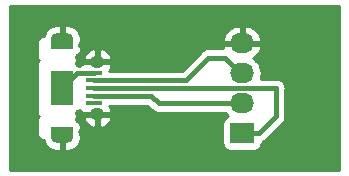
<source format=gbr>
G04 #@! TF.GenerationSoftware,KiCad,Pcbnew,(5.1.5)-3*
G04 #@! TF.CreationDate,2020-03-05T14:29:52+00:00*
G04 #@! TF.ProjectId,test pieces,74657374-2070-4696-9563-65732e6b6963,rev?*
G04 #@! TF.SameCoordinates,PX8879670PY8a8eb40*
G04 #@! TF.FileFunction,Copper,L1,Top*
G04 #@! TF.FilePolarity,Positive*
%FSLAX46Y46*%
G04 Gerber Fmt 4.6, Leading zero omitted, Abs format (unit mm)*
G04 Created by KiCad (PCBNEW (5.1.5)-3) date 2020-03-05 14:29:52*
%MOMM*%
%LPD*%
G04 APERTURE LIST*
%ADD10R,1.900000X0.875000*%
%ADD11R,1.900000X2.900000*%
%ADD12R,1.350000X0.400000*%
%ADD13O,1.900000X1.000000*%
%ADD14O,1.250000X1.050000*%
%ADD15O,2.030000X1.730000*%
%ADD16R,2.030000X1.730000*%
%ADD17C,0.400000*%
%ADD18C,0.254000*%
G04 APERTURE END LIST*
D10*
X5486400Y11865500D03*
X5486400Y4390500D03*
D11*
X5486400Y8128000D03*
D12*
X8161400Y7478000D03*
D13*
X5486400Y3953000D03*
X5486400Y12303000D03*
D14*
X8486400Y5903000D03*
D12*
X8161400Y6828000D03*
X8161400Y8128000D03*
X8161400Y8778000D03*
X8161400Y9428000D03*
D14*
X8486400Y10353000D03*
D15*
X20726400Y11938000D03*
X20726400Y9398000D03*
X20726400Y6858000D03*
D16*
X20726400Y4318000D03*
D17*
X6786400Y9428000D02*
X5486400Y8128000D01*
X8161400Y9428000D02*
X6786400Y9428000D01*
X8161400Y8778000D02*
X15966200Y8778000D01*
X20576400Y9398000D02*
X20726400Y9398000D01*
X19311400Y10663000D02*
X20576400Y9398000D01*
X17851200Y10663000D02*
X19311400Y10663000D01*
X15966200Y8778000D02*
X17851200Y10663000D01*
X22141400Y4318000D02*
X20726400Y4318000D01*
X21395394Y8128000D02*
X21420794Y8102600D01*
X8161400Y8128000D02*
X21395394Y8128000D01*
X21420794Y8102600D02*
X23571200Y8102600D01*
X23571200Y8102600D02*
X23571200Y5747800D01*
X23571200Y5747800D02*
X22141400Y4318000D01*
X8161400Y7478000D02*
X13045200Y7478000D01*
X13665200Y6858000D02*
X20726400Y6858000D01*
X13045200Y7478000D02*
X13665200Y6858000D01*
D18*
G36*
X28956401Y1168000D02*
G01*
X1066400Y1168000D01*
X1066400Y10928000D01*
X3348086Y10928000D01*
X3361312Y10793717D01*
X3400481Y10664594D01*
X3464088Y10545593D01*
X3499044Y10503000D01*
X3464088Y10460407D01*
X3400481Y10341406D01*
X3361312Y10212283D01*
X3348086Y10078000D01*
X3351400Y10044353D01*
X3351401Y6211657D01*
X3348086Y6178000D01*
X3361312Y6043717D01*
X3400481Y5914594D01*
X3464088Y5795593D01*
X3499044Y5753000D01*
X3464088Y5710407D01*
X3400481Y5591406D01*
X3361312Y5462283D01*
X3348086Y5328000D01*
X3351400Y5294352D01*
X3351401Y4344353D01*
X3361313Y4243717D01*
X3400482Y4114594D01*
X3464089Y3995593D01*
X3549690Y3891289D01*
X3653994Y3805688D01*
X3772995Y3742081D01*
X3902118Y3702912D01*
X3952720Y3697928D01*
X3962647Y3679355D01*
X3942281Y3651126D01*
X4022124Y3428024D01*
X4144031Y3240236D01*
X4300231Y3079839D01*
X4484722Y2952997D01*
X4690413Y2864585D01*
X4909400Y2818000D01*
X5359400Y2818000D01*
X5359400Y4100000D01*
X5613400Y4100000D01*
X5613400Y2818000D01*
X6063400Y2818000D01*
X6282387Y2864585D01*
X6488078Y2952997D01*
X6672569Y3079839D01*
X6828769Y3240236D01*
X6950676Y3428024D01*
X7030519Y3651126D01*
X7010153Y3679355D01*
X7025902Y3708820D01*
X7061448Y3825998D01*
X7071400Y3825998D01*
X7071400Y3921808D01*
X7074472Y3953000D01*
X7071400Y4104750D01*
X6984735Y4191415D01*
X7030519Y4254874D01*
X6950676Y4477976D01*
X6920150Y4525000D01*
X7071400Y4676250D01*
X7074472Y4828000D01*
X7062212Y4952482D01*
X7025902Y5072180D01*
X6966937Y5182494D01*
X6887585Y5279185D01*
X6790894Y5358537D01*
X6680580Y5417502D01*
X6668682Y5421111D01*
X6686002Y5479960D01*
X6697636Y5540949D01*
X6709181Y5597190D01*
X7267436Y5597190D01*
X7322992Y5442493D01*
X7433266Y5243881D01*
X7580168Y5070599D01*
X7758053Y4929305D01*
X7960085Y4825430D01*
X8178500Y4762965D01*
X8359400Y4903228D01*
X8359400Y5776000D01*
X8613400Y5776000D01*
X8613400Y4903228D01*
X8794300Y4762965D01*
X9012715Y4825430D01*
X9214747Y4929305D01*
X9392632Y5070599D01*
X9539534Y5243881D01*
X9649808Y5442493D01*
X9705364Y5597190D01*
X9579563Y5776000D01*
X8613400Y5776000D01*
X8359400Y5776000D01*
X7393237Y5776000D01*
X7267436Y5597190D01*
X6709181Y5597190D01*
X6710119Y5601757D01*
X6711052Y5611276D01*
X6711053Y5611281D01*
X6711053Y5611287D01*
X6718570Y5693880D01*
X6718137Y5755969D01*
X6718570Y5818058D01*
X6717637Y5827576D01*
X6708966Y5910067D01*
X6696478Y5970898D01*
X6684850Y6031857D01*
X6682086Y6041013D01*
X6668520Y6084840D01*
X6680580Y6088498D01*
X6790894Y6147463D01*
X6887585Y6226815D01*
X6944046Y6295613D01*
X6955863Y6273506D01*
X7035215Y6176815D01*
X7131906Y6097463D01*
X7242220Y6038498D01*
X7361918Y6002188D01*
X7486400Y5989928D01*
X8836400Y5989928D01*
X8960882Y6002188D01*
X9052566Y6030000D01*
X9579563Y6030000D01*
X9705364Y6208810D01*
X9649808Y6363507D01*
X9539534Y6562119D01*
X9474472Y6638865D01*
X9474472Y6643000D01*
X12699333Y6643000D01*
X13045758Y6296574D01*
X13071909Y6264709D01*
X13199054Y6160364D01*
X13344113Y6082828D01*
X13501511Y6035082D01*
X13624181Y6023000D01*
X13624191Y6023000D01*
X13665199Y6018961D01*
X13706207Y6023000D01*
X19321886Y6023000D01*
X19323162Y6020613D01*
X19510608Y5792208D01*
X19516430Y5787430D01*
X19467220Y5772502D01*
X19356906Y5713537D01*
X19260215Y5634185D01*
X19180863Y5537494D01*
X19121898Y5427180D01*
X19085588Y5307482D01*
X19073328Y5183000D01*
X19073328Y3453000D01*
X19085588Y3328518D01*
X19121898Y3208820D01*
X19180863Y3098506D01*
X19260215Y3001815D01*
X19356906Y2922463D01*
X19467220Y2863498D01*
X19586918Y2827188D01*
X19711400Y2814928D01*
X21741400Y2814928D01*
X21865882Y2827188D01*
X21985580Y2863498D01*
X22095894Y2922463D01*
X22192585Y3001815D01*
X22271937Y3098506D01*
X22330902Y3208820D01*
X22367212Y3328518D01*
X22379472Y3453000D01*
X22379472Y3517646D01*
X22462487Y3542828D01*
X22607546Y3620364D01*
X22734691Y3724709D01*
X22760846Y3756578D01*
X24132632Y5128363D01*
X24164491Y5154509D01*
X24197674Y5194942D01*
X24216451Y5217823D01*
X24268836Y5281654D01*
X24346372Y5426713D01*
X24394118Y5584111D01*
X24406200Y5706781D01*
X24406200Y5706782D01*
X24410240Y5747800D01*
X24406200Y5788818D01*
X24406200Y8061581D01*
X24410240Y8102600D01*
X24394118Y8266289D01*
X24346372Y8423687D01*
X24268836Y8568746D01*
X24164491Y8695891D01*
X24037346Y8800236D01*
X23892287Y8877772D01*
X23734889Y8925518D01*
X23612219Y8937600D01*
X23612218Y8937600D01*
X23571200Y8941640D01*
X23530181Y8937600D01*
X22304234Y8937600D01*
X22354695Y9103949D01*
X22383657Y9398000D01*
X22354695Y9692051D01*
X22268924Y9974802D01*
X22129638Y10235387D01*
X21942192Y10463792D01*
X21713787Y10651238D01*
X21675697Y10671598D01*
X21878372Y10820190D01*
X22077193Y11037143D01*
X22229869Y11288716D01*
X22330531Y11565241D01*
X22332746Y11578754D01*
X22211624Y11811000D01*
X20853400Y11811000D01*
X20853400Y11791000D01*
X20599400Y11791000D01*
X20599400Y11811000D01*
X19241176Y11811000D01*
X19120054Y11578754D01*
X19122269Y11565241D01*
X19146746Y11498000D01*
X17892218Y11498000D01*
X17851200Y11502040D01*
X17810182Y11498000D01*
X17810181Y11498000D01*
X17687511Y11485918D01*
X17530113Y11438172D01*
X17385054Y11360636D01*
X17339754Y11323459D01*
X17314821Y11302997D01*
X17257909Y11256291D01*
X17231763Y11224432D01*
X15620333Y9613000D01*
X9470966Y9613000D01*
X9539534Y9693881D01*
X9649808Y9892493D01*
X9705364Y10047190D01*
X9579563Y10226000D01*
X9054794Y10226000D01*
X8950857Y10255722D01*
X8826195Y10265990D01*
X8447150Y10263000D01*
X8390150Y10206000D01*
X8359400Y10206000D01*
X8359400Y10226000D01*
X7912650Y10226000D01*
X7875650Y10263000D01*
X7496605Y10265990D01*
X7371943Y10255722D01*
X7251679Y10221331D01*
X7140436Y10164139D01*
X7042488Y10086343D01*
X6961600Y9990933D01*
X6944400Y9959956D01*
X6887585Y10029185D01*
X6790894Y10108537D01*
X6680580Y10167502D01*
X6668682Y10171111D01*
X6686002Y10229960D01*
X6697636Y10290949D01*
X6710119Y10351757D01*
X6711052Y10361276D01*
X6711053Y10361281D01*
X6711053Y10361287D01*
X6718570Y10443880D01*
X6718137Y10505969D01*
X6718570Y10568058D01*
X6717637Y10577576D01*
X6709099Y10658810D01*
X7267436Y10658810D01*
X7393237Y10480000D01*
X8359400Y10480000D01*
X8359400Y11352772D01*
X8613400Y11352772D01*
X8613400Y10480000D01*
X9579563Y10480000D01*
X9705364Y10658810D01*
X9649808Y10813507D01*
X9539534Y11012119D01*
X9392632Y11185401D01*
X9214747Y11326695D01*
X9012715Y11430570D01*
X8794300Y11493035D01*
X8613400Y11352772D01*
X8359400Y11352772D01*
X8178500Y11493035D01*
X7960085Y11430570D01*
X7758053Y11326695D01*
X7580168Y11185401D01*
X7433266Y11012119D01*
X7322992Y10813507D01*
X7267436Y10658810D01*
X6709099Y10658810D01*
X6708966Y10660067D01*
X6696478Y10720898D01*
X6684850Y10781857D01*
X6682086Y10791013D01*
X6668520Y10834840D01*
X6680580Y10838498D01*
X6790894Y10897463D01*
X6887585Y10976815D01*
X6966937Y11073506D01*
X7025902Y11183820D01*
X7062212Y11303518D01*
X7074472Y11428000D01*
X7071400Y11579750D01*
X6920150Y11731000D01*
X6950676Y11778024D01*
X7030519Y12001126D01*
X6984735Y12064585D01*
X7071400Y12151250D01*
X7074355Y12297246D01*
X19120054Y12297246D01*
X19241176Y12065000D01*
X20599400Y12065000D01*
X20599400Y13280222D01*
X20853400Y13280222D01*
X20853400Y12065000D01*
X22211624Y12065000D01*
X22332746Y12297246D01*
X22330531Y12310759D01*
X22229869Y12587284D01*
X22077193Y12838857D01*
X21878372Y13055810D01*
X21641045Y13229807D01*
X21374334Y13354160D01*
X21088487Y13424091D01*
X20853400Y13280222D01*
X20599400Y13280222D01*
X20364313Y13424091D01*
X20078466Y13354160D01*
X19811755Y13229807D01*
X19574428Y13055810D01*
X19375607Y12838857D01*
X19222931Y12587284D01*
X19122269Y12310759D01*
X19120054Y12297246D01*
X7074355Y12297246D01*
X7074472Y12303000D01*
X7071400Y12334192D01*
X7071400Y12430002D01*
X7061448Y12430002D01*
X7025902Y12547180D01*
X7010153Y12576645D01*
X7030519Y12604874D01*
X6950676Y12827976D01*
X6828769Y13015764D01*
X6672569Y13176161D01*
X6488078Y13303003D01*
X6282387Y13391415D01*
X6063400Y13438000D01*
X5613400Y13438000D01*
X5613400Y12156000D01*
X5359400Y12156000D01*
X5359400Y13438000D01*
X4909400Y13438000D01*
X4690413Y13391415D01*
X4484722Y13303003D01*
X4300231Y13176161D01*
X4144031Y13015764D01*
X4022124Y12827976D01*
X3942281Y12604874D01*
X3962647Y12576645D01*
X3952720Y12558072D01*
X3902117Y12553088D01*
X3772994Y12513919D01*
X3653993Y12450312D01*
X3549689Y12364710D01*
X3464088Y12260406D01*
X3400481Y12141405D01*
X3361312Y12012282D01*
X3351400Y11911646D01*
X3351401Y10961656D01*
X3348086Y10928000D01*
X1066400Y10928000D01*
X1066400Y15088000D01*
X28956400Y15088000D01*
X28956401Y1168000D01*
G37*
X28956401Y1168000D02*
X1066400Y1168000D01*
X1066400Y10928000D01*
X3348086Y10928000D01*
X3361312Y10793717D01*
X3400481Y10664594D01*
X3464088Y10545593D01*
X3499044Y10503000D01*
X3464088Y10460407D01*
X3400481Y10341406D01*
X3361312Y10212283D01*
X3348086Y10078000D01*
X3351400Y10044353D01*
X3351401Y6211657D01*
X3348086Y6178000D01*
X3361312Y6043717D01*
X3400481Y5914594D01*
X3464088Y5795593D01*
X3499044Y5753000D01*
X3464088Y5710407D01*
X3400481Y5591406D01*
X3361312Y5462283D01*
X3348086Y5328000D01*
X3351400Y5294352D01*
X3351401Y4344353D01*
X3361313Y4243717D01*
X3400482Y4114594D01*
X3464089Y3995593D01*
X3549690Y3891289D01*
X3653994Y3805688D01*
X3772995Y3742081D01*
X3902118Y3702912D01*
X3952720Y3697928D01*
X3962647Y3679355D01*
X3942281Y3651126D01*
X4022124Y3428024D01*
X4144031Y3240236D01*
X4300231Y3079839D01*
X4484722Y2952997D01*
X4690413Y2864585D01*
X4909400Y2818000D01*
X5359400Y2818000D01*
X5359400Y4100000D01*
X5613400Y4100000D01*
X5613400Y2818000D01*
X6063400Y2818000D01*
X6282387Y2864585D01*
X6488078Y2952997D01*
X6672569Y3079839D01*
X6828769Y3240236D01*
X6950676Y3428024D01*
X7030519Y3651126D01*
X7010153Y3679355D01*
X7025902Y3708820D01*
X7061448Y3825998D01*
X7071400Y3825998D01*
X7071400Y3921808D01*
X7074472Y3953000D01*
X7071400Y4104750D01*
X6984735Y4191415D01*
X7030519Y4254874D01*
X6950676Y4477976D01*
X6920150Y4525000D01*
X7071400Y4676250D01*
X7074472Y4828000D01*
X7062212Y4952482D01*
X7025902Y5072180D01*
X6966937Y5182494D01*
X6887585Y5279185D01*
X6790894Y5358537D01*
X6680580Y5417502D01*
X6668682Y5421111D01*
X6686002Y5479960D01*
X6697636Y5540949D01*
X6709181Y5597190D01*
X7267436Y5597190D01*
X7322992Y5442493D01*
X7433266Y5243881D01*
X7580168Y5070599D01*
X7758053Y4929305D01*
X7960085Y4825430D01*
X8178500Y4762965D01*
X8359400Y4903228D01*
X8359400Y5776000D01*
X8613400Y5776000D01*
X8613400Y4903228D01*
X8794300Y4762965D01*
X9012715Y4825430D01*
X9214747Y4929305D01*
X9392632Y5070599D01*
X9539534Y5243881D01*
X9649808Y5442493D01*
X9705364Y5597190D01*
X9579563Y5776000D01*
X8613400Y5776000D01*
X8359400Y5776000D01*
X7393237Y5776000D01*
X7267436Y5597190D01*
X6709181Y5597190D01*
X6710119Y5601757D01*
X6711052Y5611276D01*
X6711053Y5611281D01*
X6711053Y5611287D01*
X6718570Y5693880D01*
X6718137Y5755969D01*
X6718570Y5818058D01*
X6717637Y5827576D01*
X6708966Y5910067D01*
X6696478Y5970898D01*
X6684850Y6031857D01*
X6682086Y6041013D01*
X6668520Y6084840D01*
X6680580Y6088498D01*
X6790894Y6147463D01*
X6887585Y6226815D01*
X6944046Y6295613D01*
X6955863Y6273506D01*
X7035215Y6176815D01*
X7131906Y6097463D01*
X7242220Y6038498D01*
X7361918Y6002188D01*
X7486400Y5989928D01*
X8836400Y5989928D01*
X8960882Y6002188D01*
X9052566Y6030000D01*
X9579563Y6030000D01*
X9705364Y6208810D01*
X9649808Y6363507D01*
X9539534Y6562119D01*
X9474472Y6638865D01*
X9474472Y6643000D01*
X12699333Y6643000D01*
X13045758Y6296574D01*
X13071909Y6264709D01*
X13199054Y6160364D01*
X13344113Y6082828D01*
X13501511Y6035082D01*
X13624181Y6023000D01*
X13624191Y6023000D01*
X13665199Y6018961D01*
X13706207Y6023000D01*
X19321886Y6023000D01*
X19323162Y6020613D01*
X19510608Y5792208D01*
X19516430Y5787430D01*
X19467220Y5772502D01*
X19356906Y5713537D01*
X19260215Y5634185D01*
X19180863Y5537494D01*
X19121898Y5427180D01*
X19085588Y5307482D01*
X19073328Y5183000D01*
X19073328Y3453000D01*
X19085588Y3328518D01*
X19121898Y3208820D01*
X19180863Y3098506D01*
X19260215Y3001815D01*
X19356906Y2922463D01*
X19467220Y2863498D01*
X19586918Y2827188D01*
X19711400Y2814928D01*
X21741400Y2814928D01*
X21865882Y2827188D01*
X21985580Y2863498D01*
X22095894Y2922463D01*
X22192585Y3001815D01*
X22271937Y3098506D01*
X22330902Y3208820D01*
X22367212Y3328518D01*
X22379472Y3453000D01*
X22379472Y3517646D01*
X22462487Y3542828D01*
X22607546Y3620364D01*
X22734691Y3724709D01*
X22760846Y3756578D01*
X24132632Y5128363D01*
X24164491Y5154509D01*
X24197674Y5194942D01*
X24216451Y5217823D01*
X24268836Y5281654D01*
X24346372Y5426713D01*
X24394118Y5584111D01*
X24406200Y5706781D01*
X24406200Y5706782D01*
X24410240Y5747800D01*
X24406200Y5788818D01*
X24406200Y8061581D01*
X24410240Y8102600D01*
X24394118Y8266289D01*
X24346372Y8423687D01*
X24268836Y8568746D01*
X24164491Y8695891D01*
X24037346Y8800236D01*
X23892287Y8877772D01*
X23734889Y8925518D01*
X23612219Y8937600D01*
X23612218Y8937600D01*
X23571200Y8941640D01*
X23530181Y8937600D01*
X22304234Y8937600D01*
X22354695Y9103949D01*
X22383657Y9398000D01*
X22354695Y9692051D01*
X22268924Y9974802D01*
X22129638Y10235387D01*
X21942192Y10463792D01*
X21713787Y10651238D01*
X21675697Y10671598D01*
X21878372Y10820190D01*
X22077193Y11037143D01*
X22229869Y11288716D01*
X22330531Y11565241D01*
X22332746Y11578754D01*
X22211624Y11811000D01*
X20853400Y11811000D01*
X20853400Y11791000D01*
X20599400Y11791000D01*
X20599400Y11811000D01*
X19241176Y11811000D01*
X19120054Y11578754D01*
X19122269Y11565241D01*
X19146746Y11498000D01*
X17892218Y11498000D01*
X17851200Y11502040D01*
X17810182Y11498000D01*
X17810181Y11498000D01*
X17687511Y11485918D01*
X17530113Y11438172D01*
X17385054Y11360636D01*
X17339754Y11323459D01*
X17314821Y11302997D01*
X17257909Y11256291D01*
X17231763Y11224432D01*
X15620333Y9613000D01*
X9470966Y9613000D01*
X9539534Y9693881D01*
X9649808Y9892493D01*
X9705364Y10047190D01*
X9579563Y10226000D01*
X9054794Y10226000D01*
X8950857Y10255722D01*
X8826195Y10265990D01*
X8447150Y10263000D01*
X8390150Y10206000D01*
X8359400Y10206000D01*
X8359400Y10226000D01*
X7912650Y10226000D01*
X7875650Y10263000D01*
X7496605Y10265990D01*
X7371943Y10255722D01*
X7251679Y10221331D01*
X7140436Y10164139D01*
X7042488Y10086343D01*
X6961600Y9990933D01*
X6944400Y9959956D01*
X6887585Y10029185D01*
X6790894Y10108537D01*
X6680580Y10167502D01*
X6668682Y10171111D01*
X6686002Y10229960D01*
X6697636Y10290949D01*
X6710119Y10351757D01*
X6711052Y10361276D01*
X6711053Y10361281D01*
X6711053Y10361287D01*
X6718570Y10443880D01*
X6718137Y10505969D01*
X6718570Y10568058D01*
X6717637Y10577576D01*
X6709099Y10658810D01*
X7267436Y10658810D01*
X7393237Y10480000D01*
X8359400Y10480000D01*
X8359400Y11352772D01*
X8613400Y11352772D01*
X8613400Y10480000D01*
X9579563Y10480000D01*
X9705364Y10658810D01*
X9649808Y10813507D01*
X9539534Y11012119D01*
X9392632Y11185401D01*
X9214747Y11326695D01*
X9012715Y11430570D01*
X8794300Y11493035D01*
X8613400Y11352772D01*
X8359400Y11352772D01*
X8178500Y11493035D01*
X7960085Y11430570D01*
X7758053Y11326695D01*
X7580168Y11185401D01*
X7433266Y11012119D01*
X7322992Y10813507D01*
X7267436Y10658810D01*
X6709099Y10658810D01*
X6708966Y10660067D01*
X6696478Y10720898D01*
X6684850Y10781857D01*
X6682086Y10791013D01*
X6668520Y10834840D01*
X6680580Y10838498D01*
X6790894Y10897463D01*
X6887585Y10976815D01*
X6966937Y11073506D01*
X7025902Y11183820D01*
X7062212Y11303518D01*
X7074472Y11428000D01*
X7071400Y11579750D01*
X6920150Y11731000D01*
X6950676Y11778024D01*
X7030519Y12001126D01*
X6984735Y12064585D01*
X7071400Y12151250D01*
X7074355Y12297246D01*
X19120054Y12297246D01*
X19241176Y12065000D01*
X20599400Y12065000D01*
X20599400Y13280222D01*
X20853400Y13280222D01*
X20853400Y12065000D01*
X22211624Y12065000D01*
X22332746Y12297246D01*
X22330531Y12310759D01*
X22229869Y12587284D01*
X22077193Y12838857D01*
X21878372Y13055810D01*
X21641045Y13229807D01*
X21374334Y13354160D01*
X21088487Y13424091D01*
X20853400Y13280222D01*
X20599400Y13280222D01*
X20364313Y13424091D01*
X20078466Y13354160D01*
X19811755Y13229807D01*
X19574428Y13055810D01*
X19375607Y12838857D01*
X19222931Y12587284D01*
X19122269Y12310759D01*
X19120054Y12297246D01*
X7074355Y12297246D01*
X7074472Y12303000D01*
X7071400Y12334192D01*
X7071400Y12430002D01*
X7061448Y12430002D01*
X7025902Y12547180D01*
X7010153Y12576645D01*
X7030519Y12604874D01*
X6950676Y12827976D01*
X6828769Y13015764D01*
X6672569Y13176161D01*
X6488078Y13303003D01*
X6282387Y13391415D01*
X6063400Y13438000D01*
X5613400Y13438000D01*
X5613400Y12156000D01*
X5359400Y12156000D01*
X5359400Y13438000D01*
X4909400Y13438000D01*
X4690413Y13391415D01*
X4484722Y13303003D01*
X4300231Y13176161D01*
X4144031Y13015764D01*
X4022124Y12827976D01*
X3942281Y12604874D01*
X3962647Y12576645D01*
X3952720Y12558072D01*
X3902117Y12553088D01*
X3772994Y12513919D01*
X3653993Y12450312D01*
X3549689Y12364710D01*
X3464088Y12260406D01*
X3400481Y12141405D01*
X3361312Y12012282D01*
X3351400Y11911646D01*
X3351401Y10961656D01*
X3348086Y10928000D01*
X1066400Y10928000D01*
X1066400Y15088000D01*
X28956400Y15088000D01*
X28956401Y1168000D01*
G36*
X5613400Y8255000D02*
G01*
X5633400Y8255000D01*
X5633400Y8001000D01*
X5613400Y8001000D01*
X5613400Y7981000D01*
X5359400Y7981000D01*
X5359400Y8001000D01*
X5339400Y8001000D01*
X5339400Y8255000D01*
X5359400Y8255000D01*
X5359400Y8275000D01*
X5613400Y8275000D01*
X5613400Y8255000D01*
G37*
X5613400Y8255000D02*
X5633400Y8255000D01*
X5633400Y8001000D01*
X5613400Y8001000D01*
X5613400Y7981000D01*
X5359400Y7981000D01*
X5359400Y8001000D01*
X5339400Y8001000D01*
X5339400Y8255000D01*
X5359400Y8255000D01*
X5359400Y8275000D01*
X5613400Y8275000D01*
X5613400Y8255000D01*
M02*

</source>
